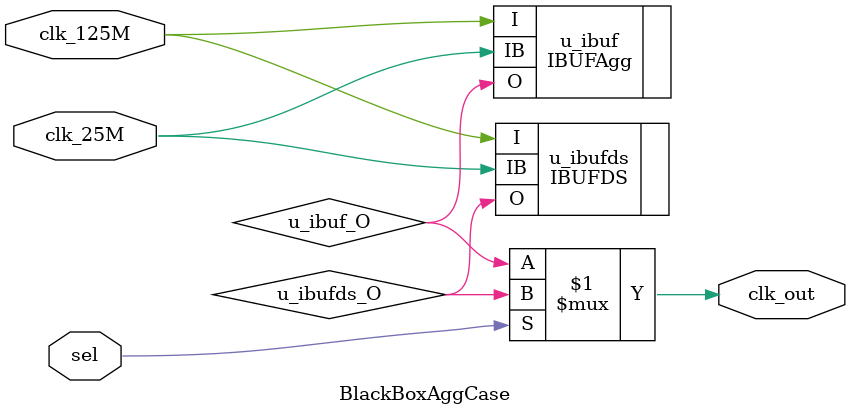
<source format=v>
module BlackBoxAggCase (
  input  clk_125M,
  input  clk_25M,
  input  sel,
  output clk_out
);
  assign clk_out = sel ? u_ibufds_O : u_ibuf_O;
  IBUFDS #(
    .DIFF_TERM  ("TRUE"   ),
    .IOSTANDARD ("DEFAULT")
  ) u_ibufds (
    .O  ( u_ibufds_O ),
    .I  ( clk_125M   ),
    .IB ( clk_25M    )
  );
  IBUFAgg u_ibuf (
    .O  ( u_ibuf_O ),
    .I  ( clk_125M ),
    .IB ( clk_25M  )
  );
endmodule

</source>
